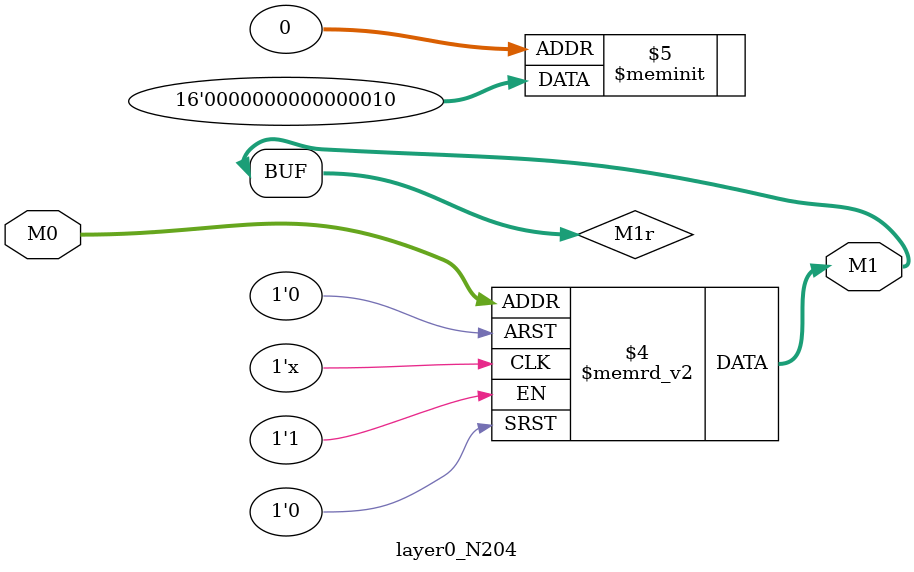
<source format=v>
module layer0_N204 ( input [2:0] M0, output [1:0] M1 );

	(*rom_style = "distributed" *) reg [1:0] M1r;
	assign M1 = M1r;
	always @ (M0) begin
		case (M0)
			3'b000: M1r = 2'b10;
			3'b100: M1r = 2'b00;
			3'b010: M1r = 2'b00;
			3'b110: M1r = 2'b00;
			3'b001: M1r = 2'b00;
			3'b101: M1r = 2'b00;
			3'b011: M1r = 2'b00;
			3'b111: M1r = 2'b00;

		endcase
	end
endmodule

</source>
